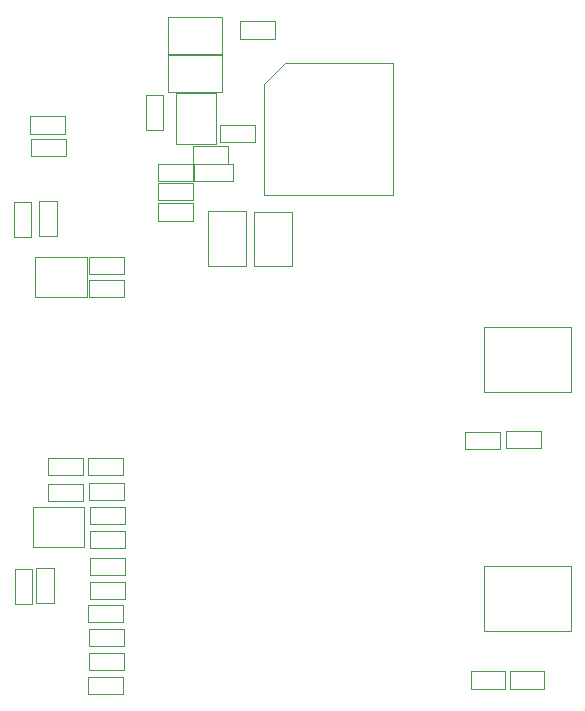
<source format=gbr>
%TF.GenerationSoftware,KiCad,Pcbnew,(5.1.9)-1*%
%TF.CreationDate,2021-12-25T23:37:10-05:00*%
%TF.ProjectId,4runner-seat-heat,3472756e-6e65-4722-9d73-6561742d6865,rev?*%
%TF.SameCoordinates,Original*%
%TF.FileFunction,Other,User*%
%FSLAX46Y46*%
G04 Gerber Fmt 4.6, Leading zero omitted, Abs format (unit mm)*
G04 Created by KiCad (PCBNEW (5.1.9)-1) date 2021-12-25 23:37:10*
%MOMM*%
%LPD*%
G01*
G04 APERTURE LIST*
%ADD10C,0.050000*%
G04 APERTURE END LIST*
D10*
%TO.C,C7*%
X30563000Y-12668500D02*
X30563000Y-14128500D01*
X30563000Y-14128500D02*
X27603000Y-14128500D01*
X27603000Y-14128500D02*
X27603000Y-12668500D01*
X27603000Y-12668500D02*
X30563000Y-12668500D01*
%TO.C,C8*%
X33654800Y-20013900D02*
X33654800Y-24613900D01*
X30454800Y-20013900D02*
X33654800Y-20013900D01*
X30454800Y-24613900D02*
X30454800Y-20013900D01*
X33654800Y-24613900D02*
X30454800Y-24613900D01*
%TO.C,C9*%
X29743200Y-24588500D02*
X26543200Y-24588500D01*
X26543200Y-24588500D02*
X26543200Y-19988500D01*
X26543200Y-19988500D02*
X29743200Y-19988500D01*
X29743200Y-19988500D02*
X29743200Y-24588500D01*
%TO.C,C10*%
X27750800Y-9931200D02*
X23150800Y-9931200D01*
X27750800Y-6731200D02*
X27750800Y-9931200D01*
X23150800Y-6731200D02*
X27750800Y-6731200D01*
X23150800Y-9931200D02*
X23150800Y-6731200D01*
%TO.C,C6*%
X23138100Y-6705400D02*
X23138100Y-3505400D01*
X23138100Y-3505400D02*
X27738100Y-3505400D01*
X27738100Y-3505400D02*
X27738100Y-6705400D01*
X27738100Y-6705400D02*
X23138100Y-6705400D01*
%TO.C,C12*%
X22294400Y-17608800D02*
X25254400Y-17608800D01*
X22294400Y-19068800D02*
X22294400Y-17608800D01*
X25254400Y-19068800D02*
X22294400Y-19068800D01*
X25254400Y-17608800D02*
X25254400Y-19068800D01*
%TO.C,F2*%
X32239400Y-5378200D02*
X29279400Y-5378200D01*
X32239400Y-3918200D02*
X32239400Y-5378200D01*
X29279400Y-3918200D02*
X32239400Y-3918200D01*
X29279400Y-5378200D02*
X29279400Y-3918200D01*
%TO.C,R1*%
X19412400Y-57347100D02*
X19412400Y-58807100D01*
X19412400Y-58807100D02*
X16452400Y-58807100D01*
X16452400Y-58807100D02*
X16452400Y-57347100D01*
X16452400Y-57347100D02*
X19412400Y-57347100D01*
%TO.C,R3*%
X48773900Y-58934600D02*
X51733900Y-58934600D01*
X48773900Y-60394600D02*
X48773900Y-58934600D01*
X51733900Y-60394600D02*
X48773900Y-60394600D01*
X51733900Y-58934600D02*
X51733900Y-60394600D01*
%TO.C,R2*%
X16427000Y-60839100D02*
X16427000Y-59379100D01*
X16427000Y-59379100D02*
X19387000Y-59379100D01*
X19387000Y-59379100D02*
X19387000Y-60839100D01*
X19387000Y-60839100D02*
X16427000Y-60839100D01*
%TO.C,R9*%
X11524800Y-13862300D02*
X14484800Y-13862300D01*
X11524800Y-15322300D02*
X11524800Y-13862300D01*
X14484800Y-15322300D02*
X11524800Y-15322300D01*
X14484800Y-13862300D02*
X14484800Y-15322300D01*
%TO.C,R12*%
X14472100Y-11957300D02*
X14472100Y-13417300D01*
X14472100Y-13417300D02*
X11512100Y-13417300D01*
X11512100Y-13417300D02*
X11512100Y-11957300D01*
X11512100Y-11957300D02*
X14472100Y-11957300D01*
%TO.C,R4*%
X19501300Y-52800000D02*
X16541300Y-52800000D01*
X19501300Y-51340000D02*
X19501300Y-52800000D01*
X16541300Y-51340000D02*
X19501300Y-51340000D01*
X16541300Y-52800000D02*
X16541300Y-51340000D01*
%TO.C,R7*%
X51276700Y-38652700D02*
X51276700Y-40112700D01*
X51276700Y-40112700D02*
X48316700Y-40112700D01*
X48316700Y-40112700D02*
X48316700Y-38652700D01*
X48316700Y-38652700D02*
X51276700Y-38652700D01*
%TO.C,R5*%
X19526700Y-50780700D02*
X16566700Y-50780700D01*
X19526700Y-49320700D02*
X19526700Y-50780700D01*
X16566700Y-49320700D02*
X19526700Y-49320700D01*
X16566700Y-50780700D02*
X16566700Y-49320700D01*
%TO.C,R6*%
X15983400Y-40887900D02*
X15983400Y-42347900D01*
X15983400Y-42347900D02*
X13023400Y-42347900D01*
X13023400Y-42347900D02*
X13023400Y-40887900D01*
X13023400Y-40887900D02*
X15983400Y-40887900D01*
%TO.C,R8*%
X12998000Y-43059600D02*
X15958000Y-43059600D01*
X12998000Y-44519600D02*
X12998000Y-43059600D01*
X15958000Y-44519600D02*
X12998000Y-44519600D01*
X15958000Y-43059600D02*
X15958000Y-44519600D01*
%TO.C,R11*%
X19450500Y-27234900D02*
X16490500Y-27234900D01*
X19450500Y-25774900D02*
X19450500Y-27234900D01*
X16490500Y-25774900D02*
X19450500Y-25774900D01*
X16490500Y-27234900D02*
X16490500Y-25774900D01*
%TO.C,R10*%
X16541300Y-48520100D02*
X16541300Y-47060100D01*
X16541300Y-47060100D02*
X19501300Y-47060100D01*
X19501300Y-47060100D02*
X19501300Y-48520100D01*
X19501300Y-48520100D02*
X16541300Y-48520100D01*
%TO.C,R16*%
X12262100Y-22054000D02*
X12262100Y-19094000D01*
X13722100Y-22054000D02*
X12262100Y-22054000D01*
X13722100Y-19094000D02*
X13722100Y-22054000D01*
X12262100Y-19094000D02*
X13722100Y-19094000D01*
%TO.C,R15*%
X12020800Y-50196300D02*
X13480800Y-50196300D01*
X13480800Y-50196300D02*
X13480800Y-53156300D01*
X13480800Y-53156300D02*
X12020800Y-53156300D01*
X12020800Y-53156300D02*
X12020800Y-50196300D01*
%TO.C,R14*%
X19450500Y-23831800D02*
X19450500Y-25291800D01*
X19450500Y-25291800D02*
X16490500Y-25291800D01*
X16490500Y-25291800D02*
X16490500Y-23831800D01*
X16490500Y-23831800D02*
X19450500Y-23831800D01*
%TO.C,R13*%
X19514000Y-44990000D02*
X19514000Y-46450000D01*
X19514000Y-46450000D02*
X16554000Y-46450000D01*
X16554000Y-46450000D02*
X16554000Y-44990000D01*
X16554000Y-44990000D02*
X19514000Y-44990000D01*
%TO.C,R34*%
X22307100Y-19310600D02*
X25267100Y-19310600D01*
X22307100Y-20770600D02*
X22307100Y-19310600D01*
X25267100Y-20770600D02*
X22307100Y-20770600D01*
X25267100Y-19310600D02*
X25267100Y-20770600D01*
%TO.C,R35*%
X21291800Y-13075100D02*
X21291800Y-10115100D01*
X22751800Y-13075100D02*
X21291800Y-13075100D01*
X22751800Y-10115100D02*
X22751800Y-13075100D01*
X21291800Y-10115100D02*
X22751800Y-10115100D01*
%TO.C,R36*%
X22294400Y-17443200D02*
X22294400Y-15983200D01*
X22294400Y-15983200D02*
X25254400Y-15983200D01*
X25254400Y-15983200D02*
X25254400Y-17443200D01*
X25254400Y-17443200D02*
X22294400Y-17443200D01*
%TO.C,R37*%
X25304300Y-15957300D02*
X25304300Y-14497300D01*
X25304300Y-14497300D02*
X28264300Y-14497300D01*
X28264300Y-14497300D02*
X28264300Y-15957300D01*
X28264300Y-15957300D02*
X25304300Y-15957300D01*
%TO.C,R38*%
X28675600Y-17430500D02*
X25375600Y-17430500D01*
X28675600Y-15970500D02*
X28675600Y-17430500D01*
X25375600Y-15970500D02*
X28675600Y-15970500D01*
X25375600Y-17430500D02*
X25375600Y-15970500D01*
%TO.C,R17*%
X16401600Y-53283100D02*
X19361600Y-53283100D01*
X16401600Y-54743100D02*
X16401600Y-53283100D01*
X19361600Y-54743100D02*
X16401600Y-54743100D01*
X19361600Y-53283100D02*
X19361600Y-54743100D01*
%TO.C,R19*%
X19387000Y-40887900D02*
X19387000Y-42347900D01*
X19387000Y-42347900D02*
X16427000Y-42347900D01*
X16427000Y-42347900D02*
X16427000Y-40887900D01*
X16427000Y-40887900D02*
X19387000Y-40887900D01*
%TO.C,R18*%
X16452400Y-55365900D02*
X19412400Y-55365900D01*
X16452400Y-56825900D02*
X16452400Y-55365900D01*
X19412400Y-56825900D02*
X16452400Y-56825900D01*
X19412400Y-55365900D02*
X19412400Y-56825900D01*
%TO.C,R20*%
X19437800Y-44456100D02*
X16477800Y-44456100D01*
X19437800Y-42996100D02*
X19437800Y-44456100D01*
X16477800Y-42996100D02*
X19437800Y-42996100D01*
X16477800Y-44456100D02*
X16477800Y-42996100D01*
%TO.C,U1*%
X27212800Y-9933100D02*
X27212800Y-14273100D01*
X27212800Y-9933100D02*
X23812800Y-9933100D01*
X23812800Y-14273100D02*
X27212800Y-14273100D01*
X23812800Y-14273100D02*
X23812800Y-9933100D01*
%TO.C,LeftHeatLED*%
X52075900Y-60394600D02*
X52075900Y-58934600D01*
X52075900Y-58934600D02*
X55035900Y-58934600D01*
X55035900Y-58934600D02*
X55035900Y-60394600D01*
X55035900Y-60394600D02*
X52075900Y-60394600D01*
%TO.C,RightHeatLED*%
X54718400Y-40049200D02*
X51758400Y-40049200D01*
X54718400Y-38589200D02*
X54718400Y-40049200D01*
X51758400Y-38589200D02*
X54718400Y-38589200D01*
X51758400Y-40049200D02*
X51758400Y-38589200D01*
%TO.C,RightIllumLED*%
X10141200Y-22130200D02*
X10141200Y-19170200D01*
X11601200Y-22130200D02*
X10141200Y-22130200D01*
X11601200Y-19170200D02*
X11601200Y-22130200D01*
X10141200Y-19170200D02*
X11601200Y-19170200D01*
%TO.C,LeftIllumLED*%
X10204700Y-50259800D02*
X11664700Y-50259800D01*
X11664700Y-50259800D02*
X11664700Y-53219800D01*
X11664700Y-53219800D02*
X10204700Y-53219800D01*
X10204700Y-53219800D02*
X10204700Y-50259800D01*
%TO.C,Q1*%
X57278300Y-50035000D02*
X57278300Y-55535000D01*
X49938300Y-55535000D02*
X49938300Y-50035000D01*
X57278300Y-50035000D02*
X49938300Y-50035000D01*
X49938300Y-55535000D02*
X57278300Y-55535000D01*
%TO.C,Q2*%
X49938300Y-35274700D02*
X57278300Y-35274700D01*
X57278300Y-29774700D02*
X49938300Y-29774700D01*
X49938300Y-35274700D02*
X49938300Y-29774700D01*
X57278300Y-29774700D02*
X57278300Y-35274700D01*
%TO.C,Q4*%
X11939700Y-23865100D02*
X16279700Y-23865100D01*
X11939700Y-23865100D02*
X11939700Y-27265100D01*
X16279700Y-27265100D02*
X11939700Y-27265100D01*
X16279700Y-27265100D02*
X16279700Y-23865100D01*
%TO.C,Q3*%
X16038400Y-48385200D02*
X16038400Y-44985200D01*
X16038400Y-48385200D02*
X11698400Y-48385200D01*
X11698400Y-44985200D02*
X11698400Y-48385200D01*
X11698400Y-44985200D02*
X16038400Y-44985200D01*
%TO.C,L1*%
X42191900Y-7417500D02*
X42191900Y-18617500D01*
X33091900Y-7417500D02*
X42191900Y-7417500D01*
X31291900Y-9217500D02*
X33091900Y-7417500D01*
X31291900Y-18617500D02*
X31291900Y-9217500D01*
X42191900Y-18617500D02*
X31291900Y-18617500D01*
%TD*%
M02*

</source>
